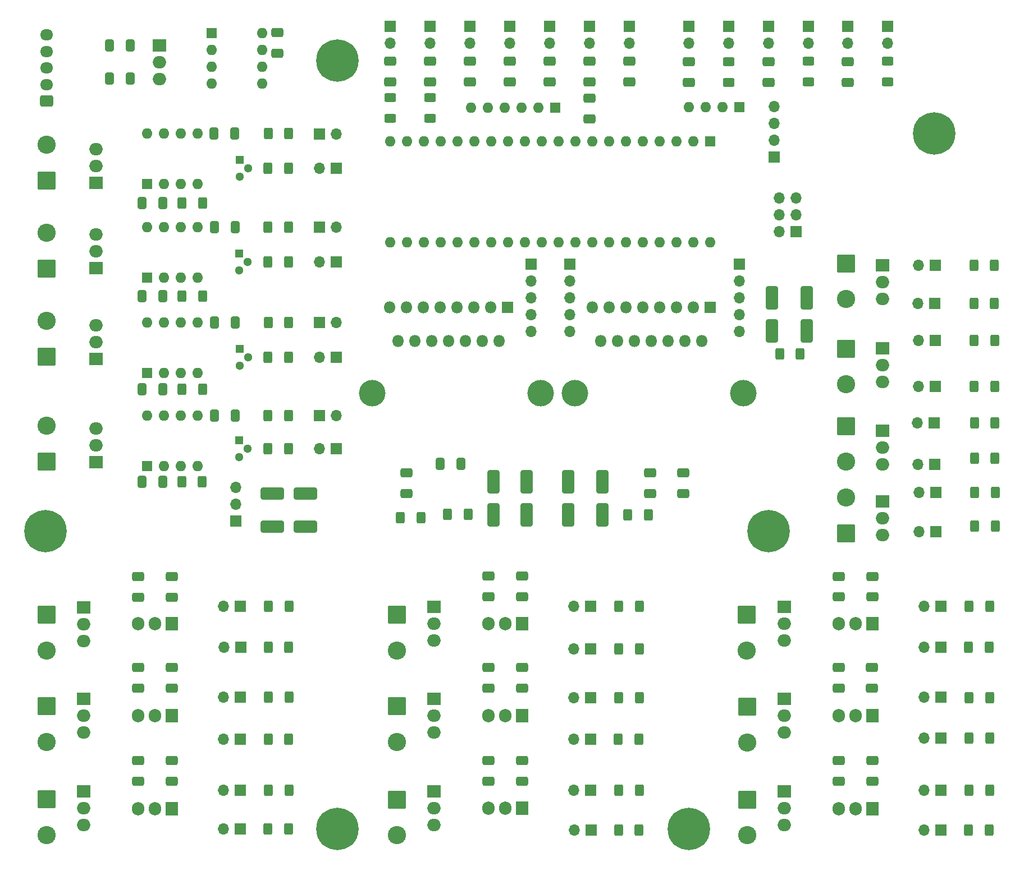
<source format=gts>
%TF.GenerationSoftware,KiCad,Pcbnew,8.0.2-8.0.2-0~ubuntu24.04.1*%
%TF.CreationDate,2024-05-08T14:16:56+02:00*%
%TF.ProjectId,astrobox_control,61737472-6f62-46f7-985f-636f6e74726f,1*%
%TF.SameCoordinates,Original*%
%TF.FileFunction,Soldermask,Top*%
%TF.FilePolarity,Negative*%
%FSLAX46Y46*%
G04 Gerber Fmt 4.6, Leading zero omitted, Abs format (unit mm)*
G04 Created by KiCad (PCBNEW 8.0.2-8.0.2-0~ubuntu24.04.1) date 2024-05-08 14:16:56*
%MOMM*%
%LPD*%
G01*
G04 APERTURE LIST*
G04 Aperture macros list*
%AMRoundRect*
0 Rectangle with rounded corners*
0 $1 Rounding radius*
0 $2 $3 $4 $5 $6 $7 $8 $9 X,Y pos of 4 corners*
0 Add a 4 corners polygon primitive as box body*
4,1,4,$2,$3,$4,$5,$6,$7,$8,$9,$2,$3,0*
0 Add four circle primitives for the rounded corners*
1,1,$1+$1,$2,$3*
1,1,$1+$1,$4,$5*
1,1,$1+$1,$6,$7*
1,1,$1+$1,$8,$9*
0 Add four rect primitives between the rounded corners*
20,1,$1+$1,$2,$3,$4,$5,0*
20,1,$1+$1,$4,$5,$6,$7,0*
20,1,$1+$1,$6,$7,$8,$9,0*
20,1,$1+$1,$8,$9,$2,$3,0*%
G04 Aperture macros list end*
%ADD10R,1.905000X2.000000*%
%ADD11O,1.905000X2.000000*%
%ADD12RoundRect,0.250000X-0.650000X0.412500X-0.650000X-0.412500X0.650000X-0.412500X0.650000X0.412500X0*%
%ADD13R,1.300000X1.300000*%
%ADD14C,1.300000*%
%ADD15RoundRect,0.250000X-0.400000X-0.625000X0.400000X-0.625000X0.400000X0.625000X-0.400000X0.625000X0*%
%ADD16R,1.700000X1.700000*%
%ADD17O,1.700000X1.700000*%
%ADD18RoundRect,0.250000X-0.625000X0.400000X-0.625000X-0.400000X0.625000X-0.400000X0.625000X0.400000X0*%
%ADD19RoundRect,0.250000X-1.125000X1.125000X-1.125000X-1.125000X1.125000X-1.125000X1.125000X1.125000X0*%
%ADD20C,2.750000*%
%ADD21RoundRect,0.250000X0.650000X-0.412500X0.650000X0.412500X-0.650000X0.412500X-0.650000X-0.412500X0*%
%ADD22RoundRect,0.250000X0.400000X0.625000X-0.400000X0.625000X-0.400000X-0.625000X0.400000X-0.625000X0*%
%ADD23R,2.000000X1.905000*%
%ADD24O,2.000000X1.905000*%
%ADD25C,6.400000*%
%ADD26RoundRect,0.250000X0.650000X-1.500000X0.650000X1.500000X-0.650000X1.500000X-0.650000X-1.500000X0*%
%ADD27R,1.600000X1.600000*%
%ADD28O,1.600000X1.600000*%
%ADD29RoundRect,0.250000X0.412500X0.650000X-0.412500X0.650000X-0.412500X-0.650000X0.412500X-0.650000X0*%
%ADD30RoundRect,0.250000X-0.412500X-0.650000X0.412500X-0.650000X0.412500X0.650000X-0.412500X0.650000X0*%
%ADD31RoundRect,0.250000X1.125000X-1.125000X1.125000X1.125000X-1.125000X1.125000X-1.125000X-1.125000X0*%
%ADD32R,1.800000X1.800000*%
%ADD33O,1.800000X1.800000*%
%ADD34RoundRect,0.250000X-0.650000X1.500000X-0.650000X-1.500000X0.650000X-1.500000X0.650000X1.500000X0*%
%ADD35RoundRect,0.250000X0.625000X-0.400000X0.625000X0.400000X-0.625000X0.400000X-0.625000X-0.400000X0*%
%ADD36RoundRect,0.250000X-1.500000X-0.650000X1.500000X-0.650000X1.500000X0.650000X-1.500000X0.650000X0*%
%ADD37RoundRect,0.250000X1.500000X0.650000X-1.500000X0.650000X-1.500000X-0.650000X1.500000X-0.650000X0*%
%ADD38C,4.000000*%
%ADD39RoundRect,0.250000X0.725000X-0.600000X0.725000X0.600000X-0.725000X0.600000X-0.725000X-0.600000X0*%
%ADD40O,1.950000X1.700000*%
G04 APERTURE END LIST*
D10*
X94843600Y-109982000D03*
D11*
X92303600Y-109982000D03*
X89763600Y-109982000D03*
D12*
X119200000Y-87200000D03*
X119200000Y-90325000D03*
D13*
X52218000Y-82296000D03*
D14*
X53488000Y-83566000D03*
X52218000Y-84836000D03*
D15*
X56539800Y-83566000D03*
X59639800Y-83566000D03*
D16*
X150000000Y-19800000D03*
D17*
X150000000Y-22340000D03*
D12*
X77450000Y-87187500D03*
X77450000Y-90312500D03*
D16*
X120000000Y-19807000D03*
D17*
X120000000Y-22347000D03*
D18*
X138000000Y-25095200D03*
X138000000Y-28195200D03*
D19*
X23125000Y-108625000D03*
D20*
X23125000Y-114025000D03*
D19*
X128778000Y-136550400D03*
D20*
X128778000Y-141950400D03*
D16*
X132000000Y-19800000D03*
D17*
X132000000Y-22340000D03*
D21*
X147675600Y-105968800D03*
X147675600Y-102843800D03*
D16*
X144000000Y-19800000D03*
D17*
X144000000Y-22340000D03*
D22*
X112523200Y-107391200D03*
X109423200Y-107391200D03*
D16*
X132850000Y-39520000D03*
D17*
X132850000Y-36980000D03*
X132850000Y-34440000D03*
X132850000Y-31900000D03*
D15*
X83600000Y-93500000D03*
X86700000Y-93500000D03*
D23*
X30625000Y-85630000D03*
D24*
X30625000Y-83090000D03*
X30625000Y-80550000D03*
D25*
X132000000Y-96000000D03*
D15*
X56565200Y-113588800D03*
X59665200Y-113588800D03*
D26*
X95500000Y-93600000D03*
X95500000Y-88600000D03*
D15*
X56565200Y-64516000D03*
X59665200Y-64516000D03*
D27*
X123260000Y-37200000D03*
D28*
X120720000Y-37200000D03*
X118180000Y-37200000D03*
X115640000Y-37200000D03*
X113100000Y-37200000D03*
X110560000Y-37200000D03*
X108020000Y-37200000D03*
X105480000Y-37200000D03*
X102940000Y-37200000D03*
X100400000Y-37200000D03*
X97860000Y-37200000D03*
X95320000Y-37200000D03*
X92780000Y-37200000D03*
X90240000Y-37200000D03*
X87700000Y-37200000D03*
X85160000Y-37200000D03*
X82620000Y-37200000D03*
X80080000Y-37200000D03*
X77540000Y-37200000D03*
X75000000Y-37200000D03*
X75000000Y-52440000D03*
X77540000Y-52440000D03*
X80080000Y-52440000D03*
X82620000Y-52440000D03*
X85160000Y-52440000D03*
X87700000Y-52440000D03*
X90240000Y-52440000D03*
X92780000Y-52440000D03*
X95320000Y-52440000D03*
X97860000Y-52440000D03*
X100400000Y-52440000D03*
X102940000Y-52440000D03*
X105480000Y-52440000D03*
X108020000Y-52440000D03*
X110560000Y-52440000D03*
X113100000Y-52440000D03*
X115640000Y-52440000D03*
X118180000Y-52440000D03*
X120720000Y-52440000D03*
X123260000Y-52440000D03*
D13*
X52222400Y-54102000D03*
D14*
X53492400Y-55372000D03*
X52222400Y-56642000D03*
D16*
X52374800Y-127403938D03*
D17*
X49834800Y-127403938D03*
D19*
X75946000Y-108661200D03*
D20*
X75946000Y-114061200D03*
D19*
X75946000Y-136550400D03*
D20*
X75946000Y-141950400D03*
D21*
X94843600Y-133756400D03*
X94843600Y-130631400D03*
D23*
X134366000Y-135280400D03*
D24*
X134366000Y-137820400D03*
X134366000Y-140360400D03*
D15*
X56539800Y-41275000D03*
X59639800Y-41275000D03*
D16*
X158043800Y-107340400D03*
D17*
X155503800Y-107340400D03*
D12*
X87000000Y-25095200D03*
X87000000Y-28220200D03*
D29*
X40662500Y-60550000D03*
X37537500Y-60550000D03*
D16*
X138000000Y-19807000D03*
D17*
X138000000Y-22347000D03*
D12*
X57912000Y-20789500D03*
X57912000Y-23914500D03*
X81000000Y-25095200D03*
X81000000Y-28220200D03*
D22*
X165355200Y-135178800D03*
X162255200Y-135178800D03*
X46635000Y-88544400D03*
X43535000Y-88544400D03*
D23*
X81534000Y-135331200D03*
D24*
X81534000Y-137871200D03*
X81534000Y-140411200D03*
D15*
X56539200Y-141020800D03*
X59639200Y-141020800D03*
D21*
X94843600Y-105956500D03*
X94843600Y-102831500D03*
D15*
X56539800Y-69748400D03*
X59639800Y-69748400D03*
D16*
X81000000Y-19812000D03*
D17*
X81000000Y-22352000D03*
D12*
X142595600Y-102843800D03*
X142595600Y-105968800D03*
X105000000Y-25100000D03*
X105000000Y-28225000D03*
D23*
X134366000Y-107442000D03*
D24*
X134366000Y-109982000D03*
X134366000Y-112522000D03*
D15*
X56539800Y-55372000D03*
X59639800Y-55372000D03*
D10*
X94843600Y-123850400D03*
D11*
X92303600Y-123850400D03*
X89763600Y-123850400D03*
D16*
X66857800Y-55372000D03*
D17*
X64317800Y-55372000D03*
D12*
X144000000Y-25150000D03*
X144000000Y-28275000D03*
X93000000Y-25095200D03*
X93000000Y-28220200D03*
D16*
X157150000Y-55850000D03*
D17*
X154610000Y-55850000D03*
D16*
X66857800Y-69748400D03*
D17*
X64317800Y-69748400D03*
D22*
X112523200Y-135178800D03*
X109423200Y-135178800D03*
D16*
X87000000Y-19807000D03*
D17*
X87000000Y-22347000D03*
D15*
X162204400Y-113588800D03*
X165304400Y-113588800D03*
D30*
X48437000Y-64516000D03*
X51562000Y-64516000D03*
D23*
X28725000Y-135325000D03*
D24*
X28725000Y-137865000D03*
X28725000Y-140405000D03*
D31*
X23125000Y-85525000D03*
D20*
X23125000Y-80125000D03*
D32*
X123210000Y-62257500D03*
D33*
X121940000Y-67337500D03*
X120670000Y-62257500D03*
X119400000Y-67337500D03*
X118130000Y-62257500D03*
X116860000Y-67337500D03*
X115590000Y-62257500D03*
X114320000Y-67337500D03*
X113050000Y-62257500D03*
X111780000Y-67337500D03*
X110510000Y-62257500D03*
X109240000Y-67337500D03*
X107970000Y-62257500D03*
X106700000Y-67337500D03*
X105430000Y-62257500D03*
D22*
X166175000Y-85000000D03*
X163075000Y-85000000D03*
D29*
X40662500Y-88550000D03*
X37537500Y-88550000D03*
D10*
X94843600Y-137871200D03*
D11*
X92303600Y-137871200D03*
X89763600Y-137871200D03*
D13*
X52243400Y-40005000D03*
D14*
X53513400Y-41275000D03*
X52243400Y-42545000D03*
D16*
X158038800Y-141173200D03*
D17*
X155498800Y-141173200D03*
D23*
X30620000Y-56340000D03*
D24*
X30620000Y-53800000D03*
X30620000Y-51260000D03*
D16*
X157140000Y-67225000D03*
D17*
X154600000Y-67225000D03*
D30*
X48450100Y-78562200D03*
X51575100Y-78562200D03*
D13*
X52247800Y-68478400D03*
D14*
X53517800Y-69748400D03*
X52247800Y-71018400D03*
D16*
X64333200Y-78587600D03*
D17*
X66873200Y-78587600D03*
D32*
X92675000Y-62257500D03*
D33*
X91405000Y-67337500D03*
X90135000Y-62257500D03*
X88865000Y-67337500D03*
X87595000Y-62257500D03*
X86325000Y-67337500D03*
X85055000Y-62257500D03*
X83785000Y-67337500D03*
X82515000Y-62257500D03*
X81245000Y-67337500D03*
X79975000Y-62257500D03*
X78705000Y-67337500D03*
X77435000Y-62257500D03*
X76165000Y-67337500D03*
X74895000Y-62257500D03*
D29*
X35750900Y-27736800D03*
X32625900Y-27736800D03*
D15*
X163050000Y-67225000D03*
X166150000Y-67225000D03*
D16*
X99000000Y-19807000D03*
D17*
X99000000Y-22347000D03*
D27*
X99875000Y-32075000D03*
D28*
X97335000Y-32075000D03*
X94795000Y-32075000D03*
X92255000Y-32075000D03*
X89715000Y-32075000D03*
X87175000Y-32075000D03*
D16*
X127625000Y-55740000D03*
D17*
X127625000Y-58280000D03*
X127625000Y-60820000D03*
X127625000Y-63360000D03*
X127625000Y-65900000D03*
D12*
X132000000Y-25150000D03*
X132000000Y-28275000D03*
D16*
X64312800Y-64516000D03*
D17*
X66852800Y-64516000D03*
D16*
X136175000Y-50800000D03*
D17*
X133635000Y-50800000D03*
X136175000Y-48260000D03*
X133635000Y-48260000D03*
X136175000Y-45720000D03*
X133635000Y-45720000D03*
D15*
X162255200Y-127304800D03*
X165355200Y-127304800D03*
D16*
X52350000Y-121125000D03*
D17*
X49810000Y-121125000D03*
D15*
X56565200Y-36017200D03*
X59665200Y-36017200D03*
D12*
X89814400Y-116610600D03*
X89814400Y-119735600D03*
D16*
X158043800Y-121107200D03*
D17*
X155503800Y-121107200D03*
D31*
X143695000Y-96340000D03*
D20*
X143695000Y-90940000D03*
D16*
X157245000Y-90190000D03*
D17*
X154705000Y-90190000D03*
D15*
X163145000Y-95290000D03*
X166245000Y-95290000D03*
D23*
X28730000Y-107553938D03*
D24*
X28730000Y-110093938D03*
X28730000Y-112633938D03*
D16*
X157125000Y-61675000D03*
D17*
X154585000Y-61675000D03*
D10*
X42030000Y-110000000D03*
D11*
X39490000Y-110000000D03*
X36950000Y-110000000D03*
D23*
X149225000Y-68420000D03*
D24*
X149225000Y-70960000D03*
X149225000Y-73500000D03*
D30*
X82511500Y-85852000D03*
X85636500Y-85852000D03*
D19*
X23125000Y-122475000D03*
D20*
X23125000Y-127875000D03*
D16*
X105211800Y-113792000D03*
D17*
X102671800Y-113792000D03*
D16*
X64307800Y-50165000D03*
D17*
X66847800Y-50165000D03*
D16*
X105000000Y-19807000D03*
D17*
X105000000Y-22347000D03*
D16*
X126000000Y-19807000D03*
D17*
X126000000Y-22347000D03*
D12*
X36950000Y-130662500D03*
X36950000Y-133787500D03*
D10*
X42005000Y-137900000D03*
D11*
X39465000Y-137900000D03*
X36925000Y-137900000D03*
D16*
X66857800Y-41275000D03*
D17*
X64317800Y-41275000D03*
D30*
X48437000Y-50165000D03*
X51562000Y-50165000D03*
D34*
X137750000Y-60800000D03*
X137750000Y-65800000D03*
D22*
X46660400Y-74625200D03*
X43560400Y-74625200D03*
D21*
X147675600Y-133744100D03*
X147675600Y-130619100D03*
D27*
X48006000Y-20828000D03*
D28*
X48006000Y-23368000D03*
X48006000Y-25908000D03*
X48006000Y-28448000D03*
X55626000Y-28448000D03*
X55626000Y-25908000D03*
X55626000Y-23368000D03*
X55626000Y-20828000D03*
D18*
X126000000Y-25150000D03*
X126000000Y-28250000D03*
D12*
X89763600Y-130631400D03*
X89763600Y-133756400D03*
X142595600Y-130631400D03*
X142595600Y-133756400D03*
D16*
X96200000Y-55730000D03*
D17*
X96200000Y-58270000D03*
X96200000Y-60810000D03*
X96200000Y-63350000D03*
X96200000Y-65890000D03*
D25*
X157000000Y-36000000D03*
D12*
X99000000Y-25100000D03*
X99000000Y-28225000D03*
D29*
X40650000Y-46482000D03*
X37525000Y-46482000D03*
D26*
X101800000Y-93600000D03*
X101800000Y-88600000D03*
D23*
X134386200Y-121310400D03*
D24*
X134386200Y-123850400D03*
X134386200Y-126390400D03*
D15*
X109397200Y-141122400D03*
X112497200Y-141122400D03*
X56565200Y-127406400D03*
X59665200Y-127406400D03*
D23*
X30620000Y-43465000D03*
D24*
X30620000Y-40925000D03*
X30620000Y-38385000D03*
D16*
X64307800Y-36042600D03*
D17*
X66847800Y-36042600D03*
D21*
X42025000Y-106025000D03*
X42025000Y-102900000D03*
D23*
X149225000Y-55850000D03*
D24*
X149225000Y-58390000D03*
X149225000Y-60930000D03*
D15*
X163000000Y-55850000D03*
X166100000Y-55850000D03*
D16*
X157220000Y-96140000D03*
D17*
X154680000Y-96140000D03*
D31*
X23125000Y-56415000D03*
D20*
X23125000Y-51015000D03*
D23*
X149200000Y-91500000D03*
D24*
X149200000Y-94040000D03*
X149200000Y-96580000D03*
D21*
X94843600Y-119735600D03*
X94843600Y-116610600D03*
D22*
X46660400Y-60553600D03*
X43560400Y-60553600D03*
D12*
X120000000Y-25150000D03*
X120000000Y-28275000D03*
X111000000Y-25100000D03*
X111000000Y-28225000D03*
D30*
X48348500Y-36017200D03*
X51473500Y-36017200D03*
D12*
X75000000Y-25095200D03*
X75000000Y-28220200D03*
D31*
X23125000Y-69675000D03*
D20*
X23125000Y-64275000D03*
D35*
X75000000Y-33675000D03*
X75000000Y-30575000D03*
D23*
X28755000Y-121303938D03*
D24*
X28755000Y-123843938D03*
X28755000Y-126383938D03*
D19*
X23125000Y-136525000D03*
D20*
X23125000Y-141925000D03*
D16*
X66852800Y-83591400D03*
D17*
X64312800Y-83591400D03*
D27*
X38275000Y-43650000D03*
D28*
X40815000Y-43650000D03*
X43355000Y-43650000D03*
X45895000Y-43650000D03*
X45895000Y-36030000D03*
X43355000Y-36030000D03*
X40815000Y-36030000D03*
X38275000Y-36030000D03*
D15*
X109422000Y-113792000D03*
X112522000Y-113792000D03*
X109371200Y-127406400D03*
X112471200Y-127406400D03*
D12*
X114200000Y-87200000D03*
X114200000Y-90325000D03*
D16*
X75000000Y-19812000D03*
D17*
X75000000Y-22352000D03*
D18*
X150000000Y-25100000D03*
X150000000Y-28200000D03*
D16*
X157150000Y-74175000D03*
D17*
X154610000Y-74175000D03*
D23*
X30625000Y-70065000D03*
D24*
X30625000Y-67525000D03*
X30625000Y-64985000D03*
D23*
X40143400Y-22696800D03*
D24*
X40143400Y-25236800D03*
X40143400Y-27776800D03*
D31*
X23125000Y-43075000D03*
D20*
X23125000Y-37675000D03*
D16*
X52375000Y-135150000D03*
D17*
X49835000Y-135150000D03*
D26*
X132525000Y-65800000D03*
X132525000Y-60800000D03*
D16*
X158038800Y-113588800D03*
D17*
X155498800Y-113588800D03*
D30*
X32625900Y-22661800D03*
X35750900Y-22661800D03*
D25*
X120000000Y-141000000D03*
D36*
X57175000Y-95350000D03*
X62175000Y-95350000D03*
D16*
X158038800Y-135128000D03*
D17*
X155498800Y-135128000D03*
D12*
X89763600Y-102831500D03*
X89763600Y-105956500D03*
D19*
X143675000Y-55600000D03*
D20*
X143675000Y-61000000D03*
D21*
X42050000Y-119737500D03*
X42050000Y-116612500D03*
D16*
X105211800Y-127406400D03*
D17*
X102671800Y-127406400D03*
D15*
X56539800Y-50165000D03*
X59639800Y-50165000D03*
D10*
X42029000Y-123858938D03*
D11*
X39489000Y-123858938D03*
X36949000Y-123858938D03*
D16*
X105211800Y-121158000D03*
D17*
X102671800Y-121158000D03*
D25*
X23000000Y-96000000D03*
D19*
X143700000Y-68475000D03*
D20*
X143700000Y-73875000D03*
D37*
X62175000Y-90350000D03*
X57175000Y-90350000D03*
D19*
X143700000Y-80150000D03*
D20*
X143700000Y-85550000D03*
D16*
X105257600Y-141122400D03*
D17*
X102717600Y-141122400D03*
D15*
X162204400Y-141173200D03*
X165304400Y-141173200D03*
D19*
X128727200Y-108661200D03*
D20*
X128727200Y-114061200D03*
D12*
X36950000Y-116637500D03*
X36950000Y-119762500D03*
D25*
X67000000Y-25000000D03*
D27*
X127590000Y-32050000D03*
D28*
X125050000Y-32050000D03*
X122510000Y-32050000D03*
X119970000Y-32050000D03*
D16*
X51675000Y-94540000D03*
D17*
X51675000Y-92000000D03*
X51675000Y-89460000D03*
D22*
X166150000Y-74175000D03*
X163050000Y-74175000D03*
X59700000Y-121125000D03*
X56600000Y-121125000D03*
D21*
X42025000Y-133787500D03*
X42025000Y-130662500D03*
D15*
X56539800Y-78587600D03*
X59639800Y-78587600D03*
D35*
X81000000Y-33675000D03*
X81000000Y-30575000D03*
D16*
X111000000Y-19807000D03*
D17*
X111000000Y-22347000D03*
D22*
X59700000Y-107375000D03*
X56600000Y-107375000D03*
D25*
X67000000Y-141000000D03*
D10*
X147675600Y-110032800D03*
D11*
X145135600Y-110032800D03*
X142595600Y-110032800D03*
D16*
X102100000Y-55740000D03*
D17*
X102100000Y-58280000D03*
X102100000Y-60820000D03*
X102100000Y-63360000D03*
X102100000Y-65900000D03*
D10*
X147675600Y-137922000D03*
D11*
X145135600Y-137922000D03*
X142595600Y-137922000D03*
D22*
X112523200Y-121158000D03*
X109423200Y-121158000D03*
D34*
X107000000Y-88600000D03*
X107000000Y-93600000D03*
D22*
X166195000Y-90190000D03*
X163095000Y-90190000D03*
D16*
X105206800Y-107391200D03*
D17*
X102666800Y-107391200D03*
D22*
X79600000Y-94000000D03*
X76500000Y-94000000D03*
D34*
X90550000Y-88600000D03*
X90550000Y-93600000D03*
D29*
X40662500Y-74625000D03*
X37537500Y-74625000D03*
D16*
X52374800Y-141020800D03*
D17*
X49834800Y-141020800D03*
D15*
X163075000Y-79650000D03*
X166175000Y-79650000D03*
D38*
X97625000Y-75162500D03*
X72225000Y-75162500D03*
D22*
X59700000Y-135150000D03*
X56600000Y-135150000D03*
D16*
X157993000Y-127304800D03*
D17*
X155453000Y-127304800D03*
D16*
X157025000Y-79650000D03*
D17*
X154485000Y-79650000D03*
D22*
X165355200Y-107391200D03*
X162255200Y-107391200D03*
D16*
X105206800Y-135178800D03*
D17*
X102666800Y-135178800D03*
D19*
X128778000Y-122529600D03*
D20*
X128778000Y-127929600D03*
D27*
X38275000Y-57775000D03*
D28*
X40815000Y-57775000D03*
X43355000Y-57775000D03*
X45895000Y-57775000D03*
X45895000Y-50155000D03*
X43355000Y-50155000D03*
X40815000Y-50155000D03*
X38275000Y-50155000D03*
D16*
X52425600Y-113588800D03*
D17*
X49885600Y-113588800D03*
D39*
X23114000Y-31100000D03*
D40*
X23114000Y-28600000D03*
X23114000Y-26100000D03*
X23114000Y-23600000D03*
X23114000Y-21100000D03*
D16*
X93000000Y-19807000D03*
D17*
X93000000Y-22347000D03*
D10*
X147675600Y-123850400D03*
D11*
X145135600Y-123850400D03*
X142595600Y-123850400D03*
D22*
X136800000Y-69275000D03*
X133700000Y-69275000D03*
D38*
X128250000Y-75162500D03*
X102850000Y-75162500D03*
D22*
X165355200Y-121158000D03*
X162255200Y-121158000D03*
D27*
X38275000Y-72150000D03*
D28*
X40815000Y-72150000D03*
X43355000Y-72150000D03*
X45895000Y-72150000D03*
X45895000Y-64530000D03*
X43355000Y-64530000D03*
X40815000Y-64530000D03*
X38275000Y-64530000D03*
D22*
X46660400Y-46482000D03*
X43560400Y-46482000D03*
D27*
X38275000Y-86200000D03*
D28*
X40815000Y-86200000D03*
X43355000Y-86200000D03*
X45895000Y-86200000D03*
X45895000Y-78580000D03*
X43355000Y-78580000D03*
X40815000Y-78580000D03*
X38275000Y-78580000D03*
D23*
X81534000Y-107492800D03*
D24*
X81534000Y-110032800D03*
X81534000Y-112572800D03*
D12*
X36975000Y-102887500D03*
X36975000Y-106012500D03*
D21*
X105000000Y-33775000D03*
X105000000Y-30650000D03*
D23*
X81534000Y-121310400D03*
D24*
X81534000Y-123850400D03*
X81534000Y-126390400D03*
D16*
X157125000Y-85975000D03*
D17*
X154585000Y-85975000D03*
D22*
X113900000Y-93600000D03*
X110800000Y-93600000D03*
D21*
X147624800Y-119735600D03*
X147624800Y-116610600D03*
D23*
X149205000Y-80860000D03*
D24*
X149205000Y-83400000D03*
X149205000Y-85940000D03*
D22*
X166100000Y-61675000D03*
X163000000Y-61675000D03*
D16*
X52350000Y-107375000D03*
D17*
X49810000Y-107375000D03*
D12*
X142595600Y-116610600D03*
X142595600Y-119735600D03*
D19*
X75946000Y-122478800D03*
D20*
X75946000Y-127878800D03*
M02*

</source>
